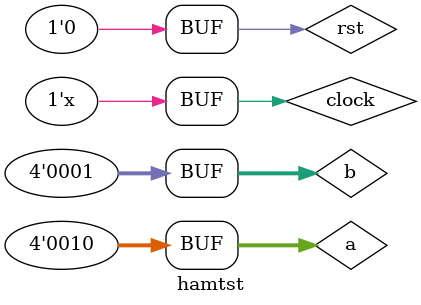
<source format=v>
`timescale 1ns / 1ps


module hamtst;

	// Inputs
	reg [3:0] a;
	reg [3:0] b;
	reg clock;
	reg rst;

	// Outputs
	wire [15:0] out;

	// Instantiate the Unit Under Test (UUT)
	hammdist uut (
		.a(a), 
		.b(b), 
		.clock(clock), 
		.rst(rst), 
		.out(out)
	);
always #50 clock=~clock;
	initial begin
		// Initialize Inputs
		a = 0;
		b = 0;
		clock = 0;
		rst = 1;

		// Wait 100 ns for global reset to finish
		#100;
		rst=0;
        a =4'd2;
		b = 4'd6;
	
		// Wait 100 ns for global reset to finish
		#100;
		a = 4'd5;
		b = 4'd2;
		

		// Wait 100 ns for global reset to finish
		#100;
		a = 4'd2;
		b = 4'd1;
	
		// Wait 100 ns for global reset to finish
		#100;
		// Add stimulus here

	end
      
endmodule


</source>
